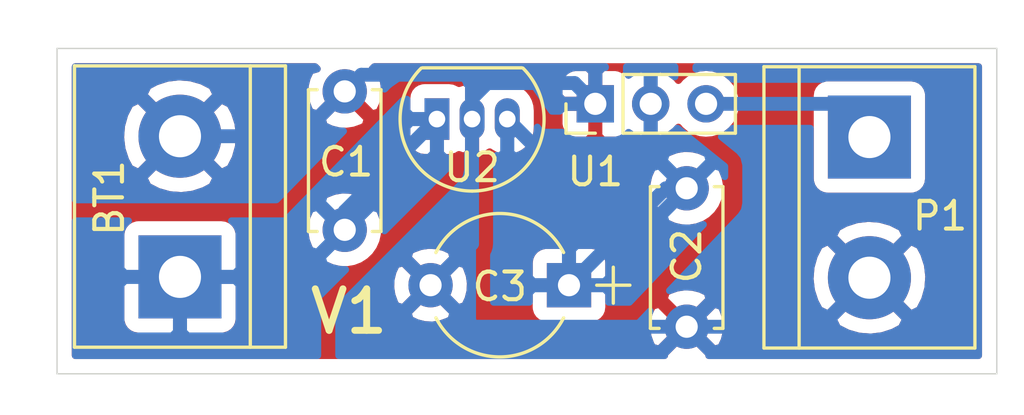
<source format=kicad_pcb>
(kicad_pcb (version 4) (host pcbnew 4.0.7)

  (general
    (links 12)
    (no_connects 0)
    (area 134 83 166.0074 107.000001)
    (thickness 1.6)
    (drawings 5)
    (tracks 28)
    (zones 0)
    (modules 7)
    (nets 5)
  )

  (page USLetter)
  (title_block
    (title "Light Flicker Sensor")
    (date 2017-11-10)
    (rev 1)
  )

  (layers
    (0 F.Cu signal)
    (31 B.Cu signal)
    (33 F.Adhes user)
    (35 F.Paste user)
    (36 B.SilkS user)
    (37 F.SilkS user)
    (39 F.Mask user)
    (40 Dwgs.User user)
    (41 Cmts.User user)
    (42 Eco1.User user)
    (43 Eco2.User user)
    (44 Edge.Cuts user)
    (45 Margin user)
    (47 F.CrtYd user)
    (49 F.Fab user hide)
  )

  (setup
    (last_trace_width 0.5)
    (user_trace_width 0.25)
    (user_trace_width 0.5)
    (trace_clearance 0.1524)
    (zone_clearance 0.508)
    (zone_45_only no)
    (trace_min 0.1524)
    (segment_width 0.2)
    (edge_width 0.05)
    (via_size 0.6)
    (via_drill 0.4)
    (via_min_size 0.4)
    (via_min_drill 0.254)
    (uvia_size 0.3)
    (uvia_drill 0.1)
    (uvias_allowed no)
    (uvia_min_size 0.2)
    (uvia_min_drill 0.1)
    (pcb_text_width 0.3)
    (pcb_text_size 1.5 1.5)
    (mod_edge_width 0.15)
    (mod_text_size 1 1)
    (mod_text_width 0.15)
    (pad_size 1.524 1.524)
    (pad_drill 0.762)
    (pad_to_mask_clearance 0.2)
    (aux_axis_origin 0 0)
    (visible_elements 7FFFFF7F)
    (pcbplotparams
      (layerselection 0x00030_80000001)
      (usegerberextensions false)
      (excludeedgelayer true)
      (linewidth 0.100000)
      (plotframeref false)
      (viasonmask false)
      (mode 1)
      (useauxorigin false)
      (hpglpennumber 1)
      (hpglpenspeed 20)
      (hpglpendiameter 15)
      (hpglpenoverlay 2)
      (psnegative false)
      (psa4output false)
      (plotreference true)
      (plotvalue true)
      (plotinvisibletext false)
      (padsonsilk false)
      (subtractmaskfromsilk false)
      (outputformat 1)
      (mirror false)
      (drillshape 1)
      (scaleselection 1)
      (outputdirectory ""))
  )

  (net 0 "")
  (net 1 +BATT)
  (net 2 GND)
  (net 3 +5V)
  (net 4 "Net-(P1-Pad1)")

  (net_class Default "This is the default net class."
    (clearance 0.1524)
    (trace_width 0.25)
    (via_dia 0.6)
    (via_drill 0.4)
    (uvia_dia 0.3)
    (uvia_drill 0.1)
    (add_net +5V)
    (add_net +BATT)
    (add_net GND)
    (add_net "Net-(P1-Pad1)")
  )

  (net_class Pwr ""
    (clearance 0.1524)
    (trace_width 0.5)
    (via_dia 0.6)
    (via_drill 0.4)
    (uvia_dia 0.3)
    (uvia_drill 0.1)
  )

  (module Capacitors_THT:C_Disc_D5.0mm_W2.5mm_P5.00mm (layer F.Cu) (tedit 597BC7C2) (tstamp 59DA5E31)
    (at 145.95 93.3 90)
    (descr "C, Disc series, Radial, pin pitch=5.00mm, , diameter*width=5*2.5mm^2, Capacitor, http://cdn-reichelt.de/documents/datenblatt/B300/DS_KERKO_TC.pdf")
    (tags "C Disc series Radial pin pitch 5.00mm  diameter 5mm width 2.5mm Capacitor")
    (path /59DA558F)
    (fp_text reference C1 (at 2.45 0.05 180) (layer F.SilkS)
      (effects (font (size 1 1) (thickness 0.15)))
    )
    (fp_text value "100 nF" (at 2.5 2.56 90) (layer F.Fab)
      (effects (font (size 1 1) (thickness 0.15)))
    )
    (fp_line (start 0 -1.25) (end 0 1.25) (layer F.Fab) (width 0.1))
    (fp_line (start 0 1.25) (end 5 1.25) (layer F.Fab) (width 0.1))
    (fp_line (start 5 1.25) (end 5 -1.25) (layer F.Fab) (width 0.1))
    (fp_line (start 5 -1.25) (end 0 -1.25) (layer F.Fab) (width 0.1))
    (fp_line (start -0.06 -1.31) (end 5.06 -1.31) (layer F.SilkS) (width 0.12))
    (fp_line (start -0.06 1.31) (end 5.06 1.31) (layer F.SilkS) (width 0.12))
    (fp_line (start -0.06 -1.31) (end -0.06 -0.996) (layer F.SilkS) (width 0.12))
    (fp_line (start -0.06 0.996) (end -0.06 1.31) (layer F.SilkS) (width 0.12))
    (fp_line (start 5.06 -1.31) (end 5.06 -0.996) (layer F.SilkS) (width 0.12))
    (fp_line (start 5.06 0.996) (end 5.06 1.31) (layer F.SilkS) (width 0.12))
    (fp_line (start -1.05 -1.6) (end -1.05 1.6) (layer F.CrtYd) (width 0.05))
    (fp_line (start -1.05 1.6) (end 6.05 1.6) (layer F.CrtYd) (width 0.05))
    (fp_line (start 6.05 1.6) (end 6.05 -1.6) (layer F.CrtYd) (width 0.05))
    (fp_line (start 6.05 -1.6) (end -1.05 -1.6) (layer F.CrtYd) (width 0.05))
    (fp_text user %R (at 2.5 0 90) (layer F.Fab)
      (effects (font (size 1 1) (thickness 0.15)))
    )
    (pad 1 thru_hole circle (at 0 0 90) (size 1.6 1.6) (drill 0.8) (layers *.Cu *.Mask)
      (net 1 +BATT))
    (pad 2 thru_hole circle (at 5 0 90) (size 1.6 1.6) (drill 0.8) (layers *.Cu *.Mask)
      (net 2 GND))
    (model ${KISYS3DMOD}/Capacitors_THT.3dshapes/C_Disc_D5.0mm_W2.5mm_P5.00mm.wrl
      (at (xyz 0 0 0))
      (scale (xyz 1 1 1))
      (rotate (xyz 0 0 0))
    )
  )

  (module Capacitors_THT:C_Disc_D5.0mm_W2.5mm_P5.00mm (layer F.Cu) (tedit 597BC7C2) (tstamp 59DA5E46)
    (at 158.3 91.8 270)
    (descr "C, Disc series, Radial, pin pitch=5.00mm, , diameter*width=5*2.5mm^2, Capacitor, http://cdn-reichelt.de/documents/datenblatt/B300/DS_KERKO_TC.pdf")
    (tags "C Disc series Radial pin pitch 5.00mm  diameter 5mm width 2.5mm Capacitor")
    (path /59DA5760)
    (fp_text reference C2 (at 2.45 0 270) (layer F.SilkS)
      (effects (font (size 1 1) (thickness 0.15)))
    )
    (fp_text value "100 nF" (at 2.5 2.56 270) (layer F.Fab)
      (effects (font (size 1 1) (thickness 0.15)))
    )
    (fp_line (start 0 -1.25) (end 0 1.25) (layer F.Fab) (width 0.1))
    (fp_line (start 0 1.25) (end 5 1.25) (layer F.Fab) (width 0.1))
    (fp_line (start 5 1.25) (end 5 -1.25) (layer F.Fab) (width 0.1))
    (fp_line (start 5 -1.25) (end 0 -1.25) (layer F.Fab) (width 0.1))
    (fp_line (start -0.06 -1.31) (end 5.06 -1.31) (layer F.SilkS) (width 0.12))
    (fp_line (start -0.06 1.31) (end 5.06 1.31) (layer F.SilkS) (width 0.12))
    (fp_line (start -0.06 -1.31) (end -0.06 -0.996) (layer F.SilkS) (width 0.12))
    (fp_line (start -0.06 0.996) (end -0.06 1.31) (layer F.SilkS) (width 0.12))
    (fp_line (start 5.06 -1.31) (end 5.06 -0.996) (layer F.SilkS) (width 0.12))
    (fp_line (start 5.06 0.996) (end 5.06 1.31) (layer F.SilkS) (width 0.12))
    (fp_line (start -1.05 -1.6) (end -1.05 1.6) (layer F.CrtYd) (width 0.05))
    (fp_line (start -1.05 1.6) (end 6.05 1.6) (layer F.CrtYd) (width 0.05))
    (fp_line (start 6.05 1.6) (end 6.05 -1.6) (layer F.CrtYd) (width 0.05))
    (fp_line (start 6.05 -1.6) (end -1.05 -1.6) (layer F.CrtYd) (width 0.05))
    (fp_text user %R (at 2.5 0 270) (layer F.Fab)
      (effects (font (size 1 1) (thickness 0.15)))
    )
    (pad 1 thru_hole circle (at 0 0 270) (size 1.6 1.6) (drill 0.8) (layers *.Cu *.Mask)
      (net 3 +5V))
    (pad 2 thru_hole circle (at 5 0 270) (size 1.6 1.6) (drill 0.8) (layers *.Cu *.Mask)
      (net 2 GND))
    (model ${KISYS3DMOD}/Capacitors_THT.3dshapes/C_Disc_D5.0mm_W2.5mm_P5.00mm.wrl
      (at (xyz 0 0 0))
      (scale (xyz 1 1 1))
      (rotate (xyz 0 0 0))
    )
  )

  (module Capacitors_THT:CP_Radial_Tantal_D5.0mm_P5.00mm (layer F.Cu) (tedit 597C781B) (tstamp 59DA5E58)
    (at 154.05 95.3 180)
    (descr "CP, Radial_Tantal series, Radial, pin pitch=5.00mm, , diameter=5.0mm, Tantal Electrolytic Capacitor, http://cdn-reichelt.de/documents/datenblatt/B300/TANTAL-TB-Serie%23.pdf")
    (tags "CP Radial_Tantal series Radial pin pitch 5.00mm  diameter 5.0mm Tantal Electrolytic Capacitor")
    (path /59DA57AD)
    (fp_text reference C3 (at 2.5 -0.05 180) (layer F.SilkS)
      (effects (font (size 1 1) (thickness 0.15)))
    )
    (fp_text value "10 µF" (at 2.5 3.81 180) (layer F.Fab)
      (effects (font (size 1 1) (thickness 0.15)))
    )
    (fp_arc (start 2.5 0) (end 0.19442 -1.18) (angle 125.8) (layer F.SilkS) (width 0.12))
    (fp_arc (start 2.5 0) (end 0.19442 1.18) (angle -125.8) (layer F.SilkS) (width 0.12))
    (fp_circle (center 2.5 0) (end 5 0) (layer F.Fab) (width 0.1))
    (fp_line (start -2.2 0) (end -1 0) (layer F.Fab) (width 0.1))
    (fp_line (start -1.6 -0.65) (end -1.6 0.65) (layer F.Fab) (width 0.1))
    (fp_line (start -2.2 0) (end -1 0) (layer F.SilkS) (width 0.12))
    (fp_line (start -1.6 -0.65) (end -1.6 0.65) (layer F.SilkS) (width 0.12))
    (fp_line (start -1.05 -2.85) (end -1.05 2.85) (layer F.CrtYd) (width 0.05))
    (fp_line (start -1.05 2.85) (end 6.05 2.85) (layer F.CrtYd) (width 0.05))
    (fp_line (start 6.05 2.85) (end 6.05 -2.85) (layer F.CrtYd) (width 0.05))
    (fp_line (start 6.05 -2.85) (end -1.05 -2.85) (layer F.CrtYd) (width 0.05))
    (fp_text user %R (at 2.5 0 180) (layer F.Fab)
      (effects (font (size 1 1) (thickness 0.15)))
    )
    (pad 1 thru_hole rect (at 0 0 180) (size 1.6 1.6) (drill 0.8) (layers *.Cu *.Mask)
      (net 3 +5V))
    (pad 2 thru_hole circle (at 5 0 180) (size 1.6 1.6) (drill 0.8) (layers *.Cu *.Mask)
      (net 2 GND))
    (model ${KISYS3DMOD}/Capacitors_THT.3dshapes/CP_Radial_Tantal_D5.0mm_P5.00mm.wrl
      (at (xyz 0 0 0))
      (scale (xyz 1 1 1))
      (rotate (xyz 0 0 0))
    )
  )

  (module Pin_Headers:Pin_Header_Straight_1x03_Pitch2.00mm (layer F.Cu) (tedit 59650533) (tstamp 59DA5E87)
    (at 155 88.75 90)
    (descr "Through hole straight pin header, 1x03, 2.00mm pitch, single row")
    (tags "Through hole pin header THT 1x03 2.00mm single row")
    (path /59DA5A95)
    (fp_text reference U1 (at -2.45 0 180) (layer F.SilkS)
      (effects (font (size 1 1) (thickness 0.15)))
    )
    (fp_text value TSL252 (at 0 6.06 90) (layer F.Fab)
      (effects (font (size 1 1) (thickness 0.15)))
    )
    (fp_line (start -0.5 -1) (end 1 -1) (layer F.Fab) (width 0.1))
    (fp_line (start 1 -1) (end 1 5) (layer F.Fab) (width 0.1))
    (fp_line (start 1 5) (end -1 5) (layer F.Fab) (width 0.1))
    (fp_line (start -1 5) (end -1 -0.5) (layer F.Fab) (width 0.1))
    (fp_line (start -1 -0.5) (end -0.5 -1) (layer F.Fab) (width 0.1))
    (fp_line (start -1.06 5.06) (end 1.06 5.06) (layer F.SilkS) (width 0.12))
    (fp_line (start -1.06 1) (end -1.06 5.06) (layer F.SilkS) (width 0.12))
    (fp_line (start 1.06 1) (end 1.06 5.06) (layer F.SilkS) (width 0.12))
    (fp_line (start -1.06 1) (end 1.06 1) (layer F.SilkS) (width 0.12))
    (fp_line (start -1.06 0) (end -1.06 -1.06) (layer F.SilkS) (width 0.12))
    (fp_line (start -1.06 -1.06) (end 0 -1.06) (layer F.SilkS) (width 0.12))
    (fp_line (start -1.5 -1.5) (end -1.5 5.5) (layer F.CrtYd) (width 0.05))
    (fp_line (start -1.5 5.5) (end 1.5 5.5) (layer F.CrtYd) (width 0.05))
    (fp_line (start 1.5 5.5) (end 1.5 -1.5) (layer F.CrtYd) (width 0.05))
    (fp_line (start 1.5 -1.5) (end -1.5 -1.5) (layer F.CrtYd) (width 0.05))
    (fp_text user %R (at 0 2 180) (layer F.Fab)
      (effects (font (size 1 1) (thickness 0.15)))
    )
    (pad 1 thru_hole rect (at 0 0 90) (size 1.35 1.35) (drill 0.8) (layers *.Cu *.Mask)
      (net 2 GND))
    (pad 2 thru_hole oval (at 0 2 90) (size 1.35 1.35) (drill 0.8) (layers *.Cu *.Mask)
      (net 3 +5V))
    (pad 3 thru_hole oval (at 0 4 90) (size 1.35 1.35) (drill 0.8) (layers *.Cu *.Mask)
      (net 4 "Net-(P1-Pad1)"))
    (model ${KISYS3DMOD}/Pin_Headers.3dshapes/Pin_Header_Straight_1x03_Pitch2.00mm.wrl
      (at (xyz 0 0 0))
      (scale (xyz 1 1 1))
      (rotate (xyz 0 0 0))
    )
  )

  (module Connectors_Terminal_Blocks:TerminalBlock_bornier-2_P5.08mm (layer F.Cu) (tedit 59FF03AB) (tstamp 5A02449D)
    (at 140 95 90)
    (descr "simple 2-pin terminal block, pitch 5.08mm, revamped version of bornier2")
    (tags "terminal block bornier2")
    (path /59DA5E15)
    (fp_text reference BT1 (at 2.85 -2.55 90) (layer F.SilkS)
      (effects (font (size 1 1) (thickness 0.15)))
    )
    (fp_text value Battery (at 2.54 5.08 90) (layer F.Fab)
      (effects (font (size 1 1) (thickness 0.15)))
    )
    (fp_text user %R (at 2.54 0 90) (layer F.Fab)
      (effects (font (size 1 1) (thickness 0.15)))
    )
    (fp_line (start -2.41 2.55) (end 7.49 2.55) (layer F.Fab) (width 0.1))
    (fp_line (start -2.46 -3.75) (end -2.46 3.75) (layer F.Fab) (width 0.1))
    (fp_line (start -2.46 3.75) (end 7.54 3.75) (layer F.Fab) (width 0.1))
    (fp_line (start 7.54 3.75) (end 7.54 -3.75) (layer F.Fab) (width 0.1))
    (fp_line (start 7.54 -3.75) (end -2.46 -3.75) (layer F.Fab) (width 0.1))
    (fp_line (start 7.62 2.54) (end -2.54 2.54) (layer F.SilkS) (width 0.12))
    (fp_line (start 7.62 3.81) (end 7.62 -3.81) (layer F.SilkS) (width 0.12))
    (fp_line (start 7.62 -3.81) (end -2.54 -3.81) (layer F.SilkS) (width 0.12))
    (fp_line (start -2.54 -3.81) (end -2.54 3.81) (layer F.SilkS) (width 0.12))
    (fp_line (start -2.54 3.81) (end 7.62 3.81) (layer F.SilkS) (width 0.12))
    (fp_line (start -2.71 -4) (end 7.79 -4) (layer F.CrtYd) (width 0.05))
    (fp_line (start -2.71 -4) (end -2.71 4) (layer F.CrtYd) (width 0.05))
    (fp_line (start 7.79 4) (end 7.79 -4) (layer F.CrtYd) (width 0.05))
    (fp_line (start 7.79 4) (end -2.71 4) (layer F.CrtYd) (width 0.05))
    (pad 1 thru_hole rect (at 0 0 90) (size 3 3) (drill 1.52) (layers *.Cu *.Mask)
      (net 1 +BATT))
    (pad 2 thru_hole circle (at 5.08 0 90) (size 3 3) (drill 1.52) (layers *.Cu *.Mask)
      (net 2 GND))
    (model ${KISYS3DMOD}/Terminal_Blocks.3dshapes/TerminalBlock_bornier-2_P5.08mm.wrl
      (at (xyz 0.1 0 0))
      (scale (xyz 1 1 1))
      (rotate (xyz 0 0 0))
    )
  )

  (module Connectors_Terminal_Blocks:TerminalBlock_bornier-2_P5.08mm (layer F.Cu) (tedit 59FF03AB) (tstamp 5A0244A2)
    (at 164.9 89.95 270)
    (descr "simple 2-pin terminal block, pitch 5.08mm, revamped version of bornier2")
    (tags "terminal block bornier2")
    (path /59DA5C1A)
    (fp_text reference P1 (at 2.85 -2.55 360) (layer F.SilkS)
      (effects (font (size 1 1) (thickness 0.15)))
    )
    (fp_text value CONN_01X02 (at 2.54 5.08 270) (layer F.Fab)
      (effects (font (size 1 1) (thickness 0.15)))
    )
    (fp_text user %R (at 2.54 0 270) (layer F.Fab)
      (effects (font (size 1 1) (thickness 0.15)))
    )
    (fp_line (start -2.41 2.55) (end 7.49 2.55) (layer F.Fab) (width 0.1))
    (fp_line (start -2.46 -3.75) (end -2.46 3.75) (layer F.Fab) (width 0.1))
    (fp_line (start -2.46 3.75) (end 7.54 3.75) (layer F.Fab) (width 0.1))
    (fp_line (start 7.54 3.75) (end 7.54 -3.75) (layer F.Fab) (width 0.1))
    (fp_line (start 7.54 -3.75) (end -2.46 -3.75) (layer F.Fab) (width 0.1))
    (fp_line (start 7.62 2.54) (end -2.54 2.54) (layer F.SilkS) (width 0.12))
    (fp_line (start 7.62 3.81) (end 7.62 -3.81) (layer F.SilkS) (width 0.12))
    (fp_line (start 7.62 -3.81) (end -2.54 -3.81) (layer F.SilkS) (width 0.12))
    (fp_line (start -2.54 -3.81) (end -2.54 3.81) (layer F.SilkS) (width 0.12))
    (fp_line (start -2.54 3.81) (end 7.62 3.81) (layer F.SilkS) (width 0.12))
    (fp_line (start -2.71 -4) (end 7.79 -4) (layer F.CrtYd) (width 0.05))
    (fp_line (start -2.71 -4) (end -2.71 4) (layer F.CrtYd) (width 0.05))
    (fp_line (start 7.79 4) (end 7.79 -4) (layer F.CrtYd) (width 0.05))
    (fp_line (start 7.79 4) (end -2.71 4) (layer F.CrtYd) (width 0.05))
    (pad 1 thru_hole rect (at 0 0 270) (size 3 3) (drill 1.52) (layers *.Cu *.Mask)
      (net 4 "Net-(P1-Pad1)"))
    (pad 2 thru_hole circle (at 5.08 0 270) (size 3 3) (drill 1.52) (layers *.Cu *.Mask)
      (net 2 GND))
    (model ${KISYS3DMOD}/Terminal_Blocks.3dshapes/TerminalBlock_bornier-2_P5.08mm.wrl
      (at (xyz 0.1 0 0))
      (scale (xyz 1 1 1))
      (rotate (xyz 0 0 0))
    )
  )

  (module Customs:TO-92_Inline_Narrow_Flip (layer F.Cu) (tedit 5A024167) (tstamp 5A0244A7)
    (at 150.55 89.3 180)
    (descr "TO-92 leads in-line, narrow, oval pads, drill 0.6mm (see NXP sot054_po.pdf), flipped")
    (tags "to-92 sc-43 sc-43a sot54 PA33 transistor")
    (path /59DA54F7)
    (fp_text reference U2 (at 0 -1.75 180) (layer F.SilkS)
      (effects (font (size 1 1) (thickness 0.15)))
    )
    (fp_text value LM340LAZ-5.0/NOPB (at 0 2.79 180) (layer F.Fab)
      (effects (font (size 1 1) (thickness 0.15)))
    )
    (fp_text user %R (at 0 -3.56 180) (layer F.Fab)
      (effects (font (size 1 1) (thickness 0.15)))
    )
    (fp_line (start -1.8 1.85) (end 1.8 1.85) (layer F.SilkS) (width 0.12))
    (fp_line (start -1.77 1.75) (end 1.73 1.75) (layer F.Fab) (width 0.1))
    (fp_line (start -2.73 -2.73) (end 2.73 -2.73) (layer F.CrtYd) (width 0.05))
    (fp_line (start -2.73 -2.73) (end -2.73 2.01) (layer F.CrtYd) (width 0.05))
    (fp_line (start 2.73 2.01) (end 2.73 -2.73) (layer F.CrtYd) (width 0.05))
    (fp_line (start 2.73 2.01) (end -2.73 2.01) (layer F.CrtYd) (width 0.05))
    (fp_arc (start 0 0) (end 0 -2.48) (angle 135) (layer F.Fab) (width 0.1))
    (fp_arc (start 0 0) (end 0 -2.6) (angle -135) (layer F.SilkS) (width 0.12))
    (fp_arc (start 0 0) (end 0 -2.48) (angle -135) (layer F.Fab) (width 0.1))
    (fp_arc (start 0 0) (end 0 -2.6) (angle 135) (layer F.SilkS) (width 0.12))
    (pad 2 thru_hole oval (at 0 0) (size 0.9 1.5) (drill 0.6) (layers *.Cu *.Mask)
      (net 2 GND))
    (pad 1 thru_hole rect (at 1.27 0) (size 0.9 1.5) (drill 0.6) (layers *.Cu *.Mask)
      (net 1 +BATT))
    (pad 3 thru_hole oval (at -1.27 0) (size 0.9 1.5) (drill 0.6) (layers *.Cu *.Mask)
      (net 3 +5V))
    (model ${KISYS3DMOD}/TO_SOT_Packages_THT.3dshapes/TO-92_Inline_Narrow_Oval.wrl
      (at (xyz 0.05 0 0))
      (scale (xyz 1 1 1))
      (rotate (xyz 0 0 -90))
    )
  )

  (gr_text V1 (at 146.1 96.25) (layer F.SilkS)
    (effects (font (size 1.5 1.5) (thickness 0.25)))
  )
  (gr_line (start 135.56 98.5) (end 135.56 86.75) (layer Edge.Cuts) (width 0.05))
  (gr_line (start 169.5 86.75) (end 169.5 98.5) (layer Edge.Cuts) (width 0.05))
  (gr_line (start 135.56 86.75) (end 169.5 86.75) (layer Edge.Cuts) (width 0.05))
  (gr_line (start 169.5 98.5) (end 135.56 98.5) (layer Edge.Cuts) (width 0.05))

  (segment (start 145.95 93.3) (end 145.95 92.63) (width 0.5) (layer B.Cu) (net 1))
  (segment (start 145.95 92.63) (end 149.28 89.3) (width 0.5) (layer B.Cu) (net 1))
  (segment (start 140 95) (end 144.25 95) (width 0.5) (layer B.Cu) (net 1))
  (segment (start 144.25 95) (end 145.95 93.3) (width 0.5) (layer B.Cu) (net 1))
  (segment (start 151.1 88) (end 150.55 88.55) (width 0.5) (layer B.Cu) (net 2))
  (segment (start 150.55 88.55) (end 150.55 89.3) (width 0.5) (layer B.Cu) (net 2))
  (segment (start 154.25 88) (end 151.1 88) (width 0.5) (layer B.Cu) (net 2))
  (segment (start 155 88.75) (end 154.25 88) (width 0.5) (layer B.Cu) (net 2))
  (segment (start 158.3 96.8) (end 163.13 96.8) (width 0.5) (layer B.Cu) (net 2))
  (segment (start 163.13 96.8) (end 164.9 95.03) (width 0.5) (layer B.Cu) (net 2))
  (segment (start 149.05 95.3) (end 150.55 96.8) (width 0.5) (layer B.Cu) (net 2))
  (segment (start 150.55 96.8) (end 158.3 96.8) (width 0.5) (layer B.Cu) (net 2))
  (segment (start 150.55 89.3) (end 150.55 93.8) (width 0.5) (layer B.Cu) (net 2))
  (segment (start 150.55 93.8) (end 149.05 95.3) (width 0.5) (layer B.Cu) (net 2))
  (segment (start 150.35 87.7) (end 150.55 87.9) (width 0.5) (layer B.Cu) (net 2))
  (segment (start 150.55 87.9) (end 150.55 89.3) (width 0.5) (layer B.Cu) (net 2))
  (segment (start 146.55 87.7) (end 150.35 87.7) (width 0.5) (layer B.Cu) (net 2))
  (segment (start 145.95 88.3) (end 146.55 87.7) (width 0.5) (layer B.Cu) (net 2))
  (segment (start 140 89.92) (end 144.33 89.92) (width 0.5) (layer B.Cu) (net 2))
  (segment (start 144.33 89.92) (end 145.95 88.3) (width 0.5) (layer B.Cu) (net 2))
  (segment (start 151.82 89.3) (end 153.02 90.5) (width 0.5) (layer B.Cu) (net 3))
  (segment (start 153.02 90.5) (end 157 90.5) (width 0.5) (layer B.Cu) (net 3))
  (segment (start 158.3 91.8) (end 157.55 91.8) (width 0.5) (layer B.Cu) (net 3))
  (segment (start 157.55 91.8) (end 154.05 95.3) (width 0.5) (layer B.Cu) (net 3))
  (segment (start 157 88.75) (end 157 90.5) (width 0.5) (layer B.Cu) (net 3))
  (segment (start 157 90.5) (end 158.3 91.8) (width 0.5) (layer B.Cu) (net 3))
  (segment (start 159 88.75) (end 163.7 88.75) (width 0.5) (layer B.Cu) (net 4))
  (segment (start 163.7 88.75) (end 164.9 89.95) (width 0.5) (layer B.Cu) (net 4))

  (zone (net 1) (net_name +BATT) (layer B.Cu) (tstamp 0) (hatch edge 0.508)
    (priority 5)
    (connect_pads (clearance 0.508))
    (min_thickness 0.254)
    (fill yes (arc_segments 32) (thermal_gap 0.508) (thermal_bridge_width 0.508))
    (polygon
      (pts
        (xy 138.5 92.85) (xy 143.75 92.85) (xy 147.95 88.55) (xy 148.45 88.2) (xy 149.75 88.2)
        (xy 149.75 91.15) (xy 145.1 95.8) (xy 145.1 99.2) (xy 134.85 99.2) (xy 134.85 92.85)
      )
    )
    (filled_polygon
      (pts
        (xy 148.195 89.01425) (xy 148.35375 89.173) (xy 149.153 89.173) (xy 149.153 89.153) (xy 149.407 89.153)
        (xy 149.407 89.173) (xy 149.427 89.173) (xy 149.427 89.427) (xy 149.407 89.427) (xy 149.407 90.52625)
        (xy 149.56575 90.685) (xy 149.623 90.685) (xy 149.623 91.097394) (xy 147.384996 93.335398) (xy 147.390217 93.229488)
        (xy 147.348787 92.94987) (xy 147.253603 92.683708) (xy 147.186671 92.558486) (xy 146.942702 92.486903) (xy 146.129605 93.3)
        (xy 146.143748 93.314143) (xy 145.964143 93.493748) (xy 145.95 93.479605) (xy 145.136903 94.292702) (xy 145.208486 94.536671)
        (xy 145.463996 94.657571) (xy 145.738184 94.7263) (xy 145.982072 94.738322) (xy 145.010197 95.710197) (xy 144.988734 95.738771)
        (xy 144.976082 95.772193) (xy 144.973 95.8) (xy 144.973 97.84) (xy 136.22 97.84) (xy 136.22 95.28575)
        (xy 137.865 95.28575) (xy 137.865 96.562542) (xy 137.889403 96.685223) (xy 137.93727 96.800785) (xy 138.006763 96.904789)
        (xy 138.095211 96.993237) (xy 138.199215 97.06273) (xy 138.314777 97.110597) (xy 138.437458 97.135) (xy 139.71425 97.135)
        (xy 139.873 96.97625) (xy 139.873 95.127) (xy 140.127 95.127) (xy 140.127 96.97625) (xy 140.28575 97.135)
        (xy 141.562542 97.135) (xy 141.685223 97.110597) (xy 141.800785 97.06273) (xy 141.904789 96.993237) (xy 141.993237 96.904789)
        (xy 142.06273 96.800785) (xy 142.110597 96.685223) (xy 142.135 96.562542) (xy 142.135 95.28575) (xy 141.97625 95.127)
        (xy 140.127 95.127) (xy 139.873 95.127) (xy 138.02375 95.127) (xy 137.865 95.28575) (xy 136.22 95.28575)
        (xy 136.22 92.977) (xy 138.139755 92.977) (xy 138.095211 93.006763) (xy 138.006763 93.095211) (xy 137.93727 93.199215)
        (xy 137.889403 93.314777) (xy 137.865 93.437458) (xy 137.865 94.71425) (xy 138.02375 94.873) (xy 139.873 94.873)
        (xy 139.873 94.853) (xy 140.127 94.853) (xy 140.127 94.873) (xy 141.97625 94.873) (xy 142.135 94.71425)
        (xy 142.135 93.437458) (xy 142.121684 93.370512) (xy 144.509783 93.370512) (xy 144.551213 93.65013) (xy 144.646397 93.916292)
        (xy 144.713329 94.041514) (xy 144.957298 94.113097) (xy 145.770395 93.3) (xy 144.957298 92.486903) (xy 144.713329 92.558486)
        (xy 144.592429 92.813996) (xy 144.5237 93.088184) (xy 144.509783 93.370512) (xy 142.121684 93.370512) (xy 142.110597 93.314777)
        (xy 142.06273 93.199215) (xy 141.993237 93.095211) (xy 141.904789 93.006763) (xy 141.860245 92.977) (xy 143.75 92.977)
        (xy 143.785381 92.971972) (xy 143.817961 92.957286) (xy 143.840853 92.93874) (xy 144.45761 92.307298) (xy 145.136903 92.307298)
        (xy 145.95 93.120395) (xy 146.763097 92.307298) (xy 146.691514 92.063329) (xy 146.436004 91.942429) (xy 146.161816 91.8737)
        (xy 145.879488 91.859783) (xy 145.59987 91.901213) (xy 145.333708 91.996397) (xy 145.208486 92.063329) (xy 145.136903 92.307298)
        (xy 144.45761 92.307298) (xy 147.115866 89.58575) (xy 148.195 89.58575) (xy 148.195 90.112542) (xy 148.219403 90.235223)
        (xy 148.26727 90.350785) (xy 148.336763 90.454789) (xy 148.425211 90.543237) (xy 148.529215 90.61273) (xy 148.644777 90.660597)
        (xy 148.767458 90.685) (xy 148.99425 90.685) (xy 149.153 90.52625) (xy 149.153 89.427) (xy 148.35375 89.427)
        (xy 148.195 89.58575) (xy 147.115866 89.58575) (xy 148.032558 88.647232) (xy 148.121461 88.585) (xy 148.195 88.585)
      )
    )
  )
  (zone (net 3) (net_name +5V) (layer B.Cu) (tstamp 0) (hatch edge 0.508)
    (priority 5)
    (connect_pads (clearance 0.508))
    (min_thickness 0.254)
    (fill yes (arc_segments 32) (thermal_gap 0.508) (thermal_bridge_width 0.508))
    (polygon
      (pts
        (xy 151.2 88.5) (xy 151.2 96.5) (xy 155.85 96.5) (xy 159.8 92.35) (xy 159.8 90.95)
        (xy 158 89.5) (xy 158 86.45) (xy 156 86.45) (xy 156 89.65) (xy 153.1 89.65)
        (xy 152.3 88.5)
      )
    )
    (filled_polygon
      (pts
        (xy 157.873 87.773619) (xy 157.871227 87.771697) (xy 157.663629 87.620527) (xy 157.430528 87.512762) (xy 157.3294 87.48209)
        (xy 157.127 87.605776) (xy 157.127 88.623) (xy 157.147 88.623) (xy 157.147 88.877) (xy 157.127 88.877)
        (xy 157.127 89.894224) (xy 157.3294 90.01791) (xy 157.430528 89.987238) (xy 157.663629 89.879473) (xy 157.871227 89.728303)
        (xy 157.960636 89.631372) (xy 159.673 91.010776) (xy 159.673 91.377762) (xy 159.603603 91.183708) (xy 159.536671 91.058486)
        (xy 159.292702 90.986903) (xy 158.479605 91.8) (xy 158.493748 91.814143) (xy 158.314143 91.993748) (xy 158.3 91.979605)
        (xy 157.486903 92.792702) (xy 157.558486 93.036671) (xy 157.813996 93.157571) (xy 158.088184 93.2263) (xy 158.370512 93.240217)
        (xy 158.65013 93.198787) (xy 158.902788 93.108432) (xy 156.231476 95.915) (xy 155.485 95.915) (xy 155.485 95.58575)
        (xy 155.32625 95.427) (xy 154.177 95.427) (xy 154.177 95.447) (xy 153.923 95.447) (xy 153.923 95.427)
        (xy 152.77375 95.427) (xy 152.615 95.58575) (xy 152.615 95.915) (xy 151.327 95.915) (xy 151.327 94.437458)
        (xy 152.615 94.437458) (xy 152.615 95.01425) (xy 152.77375 95.173) (xy 153.923 95.173) (xy 153.923 94.02375)
        (xy 154.177 94.02375) (xy 154.177 95.173) (xy 155.32625 95.173) (xy 155.485 95.01425) (xy 155.485 94.437458)
        (xy 155.460597 94.314777) (xy 155.41273 94.199215) (xy 155.343237 94.095211) (xy 155.254789 94.006763) (xy 155.150785 93.93727)
        (xy 155.035223 93.889403) (xy 154.912542 93.865) (xy 154.33575 93.865) (xy 154.177 94.02375) (xy 153.923 94.02375)
        (xy 153.76425 93.865) (xy 153.187458 93.865) (xy 153.064777 93.889403) (xy 152.949215 93.93727) (xy 152.845211 94.006763)
        (xy 152.756763 94.095211) (xy 152.68727 94.199215) (xy 152.639403 94.314777) (xy 152.615 94.437458) (xy 151.327 94.437458)
        (xy 151.327 94.214913) (xy 151.363435 94.148639) (xy 151.364844 94.144198) (xy 151.36704 94.140102) (xy 151.390917 94.062006)
        (xy 151.415661 93.984002) (xy 151.41618 93.979374) (xy 151.41754 93.974926) (xy 151.425795 93.893656) (xy 151.434914 93.812357)
        (xy 151.434977 93.803254) (xy 151.434994 93.80309) (xy 151.43498 93.802937) (xy 151.435 93.8) (xy 151.435 91.870512)
        (xy 156.859783 91.870512) (xy 156.901213 92.15013) (xy 156.996397 92.416292) (xy 157.063329 92.541514) (xy 157.307298 92.613097)
        (xy 158.120395 91.8) (xy 157.307298 90.986903) (xy 157.063329 91.058486) (xy 156.942429 91.313996) (xy 156.8737 91.588184)
        (xy 156.859783 91.870512) (xy 151.435 91.870512) (xy 151.435 90.807298) (xy 157.486903 90.807298) (xy 158.3 91.620395)
        (xy 159.113097 90.807298) (xy 159.041514 90.563329) (xy 158.786004 90.442429) (xy 158.511816 90.3737) (xy 158.229488 90.359783)
        (xy 157.94987 90.401213) (xy 157.683708 90.496397) (xy 157.558486 90.563329) (xy 157.486903 90.807298) (xy 151.435 90.807298)
        (xy 151.435 90.612295) (xy 151.525999 90.644408) (xy 151.693 90.517502) (xy 151.693 89.427) (xy 151.673 89.427)
        (xy 151.673 89.173) (xy 151.693 89.173) (xy 151.693 89.153) (xy 151.947 89.153) (xy 151.947 89.173)
        (xy 151.967 89.173) (xy 151.967 89.427) (xy 151.947 89.427) (xy 151.947 90.517502) (xy 152.114001 90.644408)
        (xy 152.317197 90.572702) (xy 152.497408 90.457014) (xy 152.651587 90.308391) (xy 152.773809 90.132545) (xy 152.859376 89.936233)
        (xy 152.905 89.727) (xy 152.905 89.592079) (xy 152.995745 89.722525) (xy 153.020078 89.748699) (xy 153.050739 89.767057)
        (xy 153.1 89.777) (xy 153.800405 89.777) (xy 153.8469 89.847559) (xy 153.98355 89.964025) (xy 154.147237 90.03781)
        (xy 154.325 90.063072) (xy 155.675 90.063072) (xy 155.776121 90.055008) (xy 155.947634 90.001894) (xy 156.097559 89.9031)
        (xy 156.201439 89.781217) (xy 156.336371 89.879473) (xy 156.569472 89.987238) (xy 156.6706 90.01791) (xy 156.873 89.894224)
        (xy 156.873 88.877) (xy 156.853 88.877) (xy 156.853 88.623) (xy 156.873 88.623) (xy 156.873 87.605776)
        (xy 156.6706 87.48209) (xy 156.569472 87.512762) (xy 156.336371 87.620527) (xy 156.198315 87.721057) (xy 156.1531 87.652441)
        (xy 156.127 87.630196) (xy 156.127 87.41) (xy 157.873 87.41)
      )
    )
  )
  (zone (net 2) (net_name GND) (layer B.Cu) (tstamp 0) (hatch edge 0.508)
    (connect_pads (clearance 0.508))
    (min_thickness 0.254)
    (fill yes (arc_segments 32) (thermal_gap 0.508) (thermal_bridge_width 0.508))
    (polygon
      (pts
        (xy 133.5 85) (xy 133.5 100) (xy 170.5 100) (xy 170.5 85)
      )
    )
    (filled_polygon
      (pts
        (xy 155.365 87.44) (xy 155.28575 87.44) (xy 155.127 87.59875) (xy 155.127 88.623) (xy 155.147 88.623)
        (xy 155.147 88.877) (xy 155.127 88.877) (xy 155.127 88.897) (xy 154.873 88.897) (xy 154.873 88.877)
        (xy 153.84875 88.877) (xy 153.71075 89.015) (xy 153.431797 89.015) (xy 152.821275 88.137374) (xy 152.667213 88.012458)
        (xy 153.69 88.012458) (xy 153.69 88.46425) (xy 153.84875 88.623) (xy 154.873 88.623) (xy 154.873 87.59875)
        (xy 154.71425 87.44) (xy 154.262458 87.44) (xy 154.139777 87.464403) (xy 154.024215 87.51227) (xy 153.920211 87.581763)
        (xy 153.831763 87.670211) (xy 153.76227 87.774215) (xy 153.714403 87.889777) (xy 153.69 88.012458) (xy 152.667213 88.012458)
        (xy 152.547051 87.915029) (xy 152.3 87.865) (xy 151.2 87.865) (xy 150.969205 87.908427) (xy 150.877524 87.967422)
        (xy 150.844001 87.955592) (xy 150.677 88.082498) (xy 150.677 88.162252) (xy 150.615029 88.252949) (xy 150.565 88.5)
        (xy 150.565 96.5) (xy 150.608427 96.730795) (xy 150.744827 96.942767) (xy 150.952949 97.084971) (xy 151.2 97.135)
        (xy 155.85 97.135) (xy 156.103395 97.082251) (xy 156.309959 96.937793) (xy 156.980722 96.233067) (xy 156.942429 96.313996)
        (xy 156.8737 96.588184) (xy 156.859783 96.870512) (xy 156.901213 97.15013) (xy 156.996397 97.416292) (xy 157.063329 97.541514)
        (xy 157.307298 97.613097) (xy 158.120395 96.8) (xy 158.479605 96.8) (xy 159.292702 97.613097) (xy 159.536671 97.541514)
        (xy 159.657571 97.286004) (xy 159.7263 97.011816) (xy 159.740217 96.729488) (xy 159.709423 96.521653) (xy 163.587952 96.521653)
        (xy 163.743962 96.837214) (xy 164.118745 97.02802) (xy 164.523551 97.142044) (xy 164.942824 97.174902) (xy 165.360451 97.125334)
        (xy 165.760383 96.995243) (xy 166.056038 96.837214) (xy 166.212048 96.521653) (xy 164.9 95.209605) (xy 163.587952 96.521653)
        (xy 159.709423 96.521653) (xy 159.698787 96.44987) (xy 159.603603 96.183708) (xy 159.536671 96.058486) (xy 159.292702 95.986903)
        (xy 158.479605 96.8) (xy 158.120395 96.8) (xy 158.106253 96.785858) (xy 158.285858 96.606253) (xy 158.3 96.620395)
        (xy 159.113097 95.807298) (xy 159.041514 95.563329) (xy 158.786004 95.442429) (xy 158.511816 95.3737) (xy 158.229488 95.359783)
        (xy 157.94987 95.401213) (xy 157.683708 95.496397) (xy 157.680008 95.498375) (xy 158.08505 95.072824) (xy 162.755098 95.072824)
        (xy 162.804666 95.490451) (xy 162.934757 95.890383) (xy 163.092786 96.186038) (xy 163.408347 96.342048) (xy 164.720395 95.03)
        (xy 165.079605 95.03) (xy 166.391653 96.342048) (xy 166.707214 96.186038) (xy 166.89802 95.811255) (xy 167.012044 95.406449)
        (xy 167.044902 94.987176) (xy 166.995334 94.569549) (xy 166.865243 94.169617) (xy 166.707214 93.873962) (xy 166.391653 93.717952)
        (xy 165.079605 95.03) (xy 164.720395 95.03) (xy 163.408347 93.717952) (xy 163.092786 93.873962) (xy 162.90198 94.248745)
        (xy 162.787956 94.653551) (xy 162.755098 95.072824) (xy 158.08505 95.072824) (xy 159.545576 93.538347) (xy 163.587952 93.538347)
        (xy 164.9 94.850395) (xy 166.212048 93.538347) (xy 166.056038 93.222786) (xy 165.681255 93.03198) (xy 165.276449 92.917956)
        (xy 164.857176 92.885098) (xy 164.439549 92.934666) (xy 164.039617 93.064757) (xy 163.743962 93.222786) (xy 163.587952 93.538347)
        (xy 159.545576 93.538347) (xy 160.259959 92.787793) (xy 160.384971 92.597051) (xy 160.435 92.35) (xy 160.435 90.95)
        (xy 160.359361 90.649434) (xy 160.198354 90.455491) (xy 159.55509 89.937306) (xy 159.717308 89.8525) (xy 159.916559 89.692298)
        (xy 159.964638 89.635) (xy 162.761928 89.635) (xy 162.761928 91.45) (xy 162.769992 91.551121) (xy 162.823106 91.722634)
        (xy 162.9219 91.872559) (xy 163.05855 91.989025) (xy 163.222237 92.06281) (xy 163.4 92.088072) (xy 166.4 92.088072)
        (xy 166.501121 92.080008) (xy 166.672634 92.026894) (xy 166.822559 91.9281) (xy 166.939025 91.79145) (xy 167.01281 91.627763)
        (xy 167.038072 91.45) (xy 167.038072 88.45) (xy 167.030008 88.348879) (xy 166.976894 88.177366) (xy 166.8781 88.027441)
        (xy 166.74145 87.910975) (xy 166.577763 87.83719) (xy 166.4 87.811928) (xy 163.4 87.811928) (xy 163.298879 87.819992)
        (xy 163.153541 87.865) (xy 159.965758 87.865) (xy 159.929538 87.82059) (xy 159.732543 87.657622) (xy 159.507645 87.53602)
        (xy 159.263412 87.460417) (xy 159.009145 87.433693) (xy 158.75453 87.456865) (xy 158.635 87.492044) (xy 158.635 87.41)
        (xy 168.84 87.41) (xy 168.84 97.84) (xy 159.099219 97.84) (xy 159.113097 97.792702) (xy 158.3 96.979605)
        (xy 157.486903 97.792702) (xy 157.500781 97.84) (xy 145.735 97.84) (xy 145.735 96.292702) (xy 148.236903 96.292702)
        (xy 148.308486 96.536671) (xy 148.563996 96.657571) (xy 148.838184 96.7263) (xy 149.120512 96.740217) (xy 149.40013 96.698787)
        (xy 149.666292 96.603603) (xy 149.791514 96.536671) (xy 149.863097 96.292702) (xy 149.05 95.479605) (xy 148.236903 96.292702)
        (xy 145.735 96.292702) (xy 145.735 96.063026) (xy 146.427514 95.370512) (xy 147.609783 95.370512) (xy 147.651213 95.65013)
        (xy 147.746397 95.916292) (xy 147.813329 96.041514) (xy 148.057298 96.113097) (xy 148.870395 95.3) (xy 149.229605 95.3)
        (xy 150.042702 96.113097) (xy 150.286671 96.041514) (xy 150.407571 95.786004) (xy 150.4763 95.511816) (xy 150.490217 95.229488)
        (xy 150.448787 94.94987) (xy 150.353603 94.683708) (xy 150.286671 94.558486) (xy 150.042702 94.486903) (xy 149.229605 95.3)
        (xy 148.870395 95.3) (xy 148.057298 94.486903) (xy 147.813329 94.558486) (xy 147.692429 94.813996) (xy 147.6237 95.088184)
        (xy 147.609783 95.370512) (xy 146.427514 95.370512) (xy 147.490728 94.307298) (xy 148.236903 94.307298) (xy 149.05 95.120395)
        (xy 149.863097 94.307298) (xy 149.791514 94.063329) (xy 149.536004 93.942429) (xy 149.261816 93.8737) (xy 148.979488 93.859783)
        (xy 148.69987 93.901213) (xy 148.433708 93.996397) (xy 148.308486 94.063329) (xy 148.236903 94.307298) (xy 147.490728 94.307298)
        (xy 150.199013 91.599013) (xy 150.334971 91.397051) (xy 150.385 91.15) (xy 150.385 90.546379) (xy 150.423 90.517502)
        (xy 150.423 89.427) (xy 150.403 89.427) (xy 150.403 89.173) (xy 150.423 89.173) (xy 150.423 88.082498)
        (xy 150.352862 88.029199) (xy 150.341573 87.969205) (xy 150.205173 87.757233) (xy 149.997051 87.615029) (xy 149.75 87.565)
        (xy 148.45 87.565) (xy 148.316933 87.579099) (xy 148.085851 87.679788) (xy 147.585851 88.029788) (xy 147.495736 88.1063)
        (xy 147.388267 88.216328) (xy 147.348787 87.94987) (xy 147.253603 87.683708) (xy 147.186671 87.558486) (xy 146.942704 87.486903)
        (xy 147.019607 87.41) (xy 155.365 87.41)
      )
    )
    (filled_polygon
      (pts
        (xy 144.957296 87.486903) (xy 144.713329 87.558486) (xy 144.592429 87.813996) (xy 144.5237 88.088184) (xy 144.509783 88.370512)
        (xy 144.551213 88.65013) (xy 144.646397 88.916292) (xy 144.713329 89.041514) (xy 144.957298 89.113097) (xy 145.770395 88.3)
        (xy 145.756253 88.285858) (xy 145.935858 88.106253) (xy 145.95 88.120395) (xy 145.964143 88.106253) (xy 146.143748 88.285858)
        (xy 146.129605 88.3) (xy 146.143748 88.314143) (xy 145.964143 88.493748) (xy 145.95 88.479605) (xy 145.136903 89.292702)
        (xy 145.208486 89.536671) (xy 145.463996 89.657571) (xy 145.738184 89.7263) (xy 145.905361 89.734541) (xy 143.482587 92.215)
        (xy 136.22 92.215) (xy 136.22 91.411653) (xy 138.687952 91.411653) (xy 138.843962 91.727214) (xy 139.218745 91.91802)
        (xy 139.623551 92.032044) (xy 140.042824 92.064902) (xy 140.460451 92.015334) (xy 140.860383 91.885243) (xy 141.156038 91.727214)
        (xy 141.312048 91.411653) (xy 140 90.099605) (xy 138.687952 91.411653) (xy 136.22 91.411653) (xy 136.22 89.962824)
        (xy 137.855098 89.962824) (xy 137.904666 90.380451) (xy 138.034757 90.780383) (xy 138.192786 91.076038) (xy 138.508347 91.232048)
        (xy 139.820395 89.92) (xy 140.179605 89.92) (xy 141.491653 91.232048) (xy 141.807214 91.076038) (xy 141.99802 90.701255)
        (xy 142.112044 90.296449) (xy 142.144902 89.877176) (xy 142.095334 89.459549) (xy 141.965243 89.059617) (xy 141.807214 88.763962)
        (xy 141.491653 88.607952) (xy 140.179605 89.92) (xy 139.820395 89.92) (xy 138.508347 88.607952) (xy 138.192786 88.763962)
        (xy 138.00198 89.138745) (xy 137.887956 89.543551) (xy 137.855098 89.962824) (xy 136.22 89.962824) (xy 136.22 88.428347)
        (xy 138.687952 88.428347) (xy 140 89.740395) (xy 141.312048 88.428347) (xy 141.156038 88.112786) (xy 140.781255 87.92198)
        (xy 140.376449 87.807956) (xy 139.957176 87.775098) (xy 139.539549 87.824666) (xy 139.139617 87.954757) (xy 138.843962 88.112786)
        (xy 138.687952 88.428347) (xy 136.22 88.428347) (xy 136.22 87.41) (xy 144.880393 87.41)
      )
    )
  )
  (zone (net 2) (net_name GND) (layer F.Cu) (tstamp 0) (hatch edge 0.508)
    (connect_pads (clearance 0.508))
    (min_thickness 0.254)
    (fill yes (arc_segments 32) (thermal_gap 0.508) (thermal_bridge_width 0.508))
    (polygon
      (pts
        (xy 133.5 85) (xy 133.5 100) (xy 170.5 100) (xy 170.5 85)
      )
    )
    (filled_polygon
      (pts
        (xy 144.957296 87.486903) (xy 144.713329 87.558486) (xy 144.592429 87.813996) (xy 144.5237 88.088184) (xy 144.509783 88.370512)
        (xy 144.551213 88.65013) (xy 144.646397 88.916292) (xy 144.713329 89.041514) (xy 144.957298 89.113097) (xy 145.770395 88.3)
        (xy 145.756253 88.285858) (xy 145.935858 88.106253) (xy 145.95 88.120395) (xy 145.964143 88.106253) (xy 146.143748 88.285858)
        (xy 146.129605 88.3) (xy 146.942702 89.113097) (xy 147.186671 89.041514) (xy 147.307571 88.786004) (xy 147.366728 88.55)
        (xy 148.191928 88.55) (xy 148.191928 90.05) (xy 148.199992 90.151121) (xy 148.253106 90.322634) (xy 148.3519 90.472559)
        (xy 148.48855 90.589025) (xy 148.652237 90.66281) (xy 148.83 90.688072) (xy 149.73 90.688072) (xy 149.831121 90.680008)
        (xy 150.002634 90.626894) (xy 150.073688 90.580072) (xy 150.255999 90.644408) (xy 150.423 90.517502) (xy 150.423 89.427)
        (xy 150.403 89.427) (xy 150.403 89.173) (xy 150.423 89.173) (xy 150.423 88.082498) (xy 150.677 88.082498)
        (xy 150.677 89.173) (xy 150.697 89.173) (xy 150.697 89.427) (xy 150.677 89.427) (xy 150.677 90.517502)
        (xy 150.844001 90.644408) (xy 151.047197 90.572702) (xy 151.185969 90.483616) (xy 151.213276 90.506207) (xy 151.399546 90.606923)
        (xy 151.60183 90.66954) (xy 151.812425 90.691675) (xy 152.023309 90.672483) (xy 152.226448 90.612695) (xy 152.414106 90.51459)
        (xy 152.579135 90.381904) (xy 152.715248 90.21969) (xy 152.817262 90.034128) (xy 152.88129 89.832285) (xy 152.904894 89.62185)
        (xy 152.905 89.606701) (xy 152.905 89.03575) (xy 153.69 89.03575) (xy 153.69 89.487542) (xy 153.714403 89.610223)
        (xy 153.76227 89.725785) (xy 153.831763 89.829789) (xy 153.920211 89.918237) (xy 154.024215 89.98773) (xy 154.139777 90.035597)
        (xy 154.262458 90.06) (xy 154.71425 90.06) (xy 154.873 89.90125) (xy 154.873 88.877) (xy 153.84875 88.877)
        (xy 153.69 89.03575) (xy 152.905 89.03575) (xy 152.905 88.993299) (xy 152.884336 88.782555) (xy 152.823132 88.579838)
        (xy 152.72372 88.392869) (xy 152.589884 88.228771) (xy 152.426724 88.093793) (xy 152.276299 88.012458) (xy 153.69 88.012458)
        (xy 153.69 88.46425) (xy 153.84875 88.623) (xy 154.873 88.623) (xy 154.873 87.59875) (xy 155.127 87.59875)
        (xy 155.127 88.623) (xy 155.147 88.623) (xy 155.147 88.877) (xy 155.127 88.877) (xy 155.127 89.90125)
        (xy 155.28575 90.06) (xy 155.737542 90.06) (xy 155.860223 90.035597) (xy 155.975785 89.98773) (xy 156.079789 89.918237)
        (xy 156.168237 89.829789) (xy 156.198141 89.785035) (xy 156.267457 89.842378) (xy 156.492355 89.96398) (xy 156.736588 90.039583)
        (xy 156.990855 90.066307) (xy 157.24547 90.043135) (xy 157.490735 89.97095) (xy 157.717308 89.8525) (xy 157.916559 89.692298)
        (xy 157.999935 89.592935) (xy 158.070462 89.67941) (xy 158.267457 89.842378) (xy 158.492355 89.96398) (xy 158.736588 90.039583)
        (xy 158.990855 90.066307) (xy 159.24547 90.043135) (xy 159.490735 89.97095) (xy 159.717308 89.8525) (xy 159.916559 89.692298)
        (xy 160.080899 89.496446) (xy 160.204067 89.272403) (xy 160.281373 89.028703) (xy 160.309872 88.774629) (xy 160.31 88.756339)
        (xy 160.31 88.743661) (xy 160.285051 88.489214) (xy 160.273212 88.45) (xy 162.761928 88.45) (xy 162.761928 91.45)
        (xy 162.769992 91.551121) (xy 162.823106 91.722634) (xy 162.9219 91.872559) (xy 163.05855 91.989025) (xy 163.222237 92.06281)
        (xy 163.4 92.088072) (xy 166.4 92.088072) (xy 166.501121 92.080008) (xy 166.672634 92.026894) (xy 166.822559 91.9281)
        (xy 166.939025 91.79145) (xy 167.01281 91.627763) (xy 167.038072 91.45) (xy 167.038072 88.45) (xy 167.030008 88.348879)
        (xy 166.976894 88.177366) (xy 166.8781 88.027441) (xy 166.74145 87.910975) (xy 166.577763 87.83719) (xy 166.4 87.811928)
        (xy 163.4 87.811928) (xy 163.298879 87.819992) (xy 163.127366 87.873106) (xy 162.977441 87.9719) (xy 162.860975 88.10855)
        (xy 162.78719 88.272237) (xy 162.761928 88.45) (xy 160.273212 88.45) (xy 160.211155 88.244459) (xy 160.091127 88.018718)
        (xy 159.929538 87.82059) (xy 159.732543 87.657622) (xy 159.507645 87.53602) (xy 159.263412 87.460417) (xy 159.009145 87.433693)
        (xy 158.75453 87.456865) (xy 158.509265 87.52905) (xy 158.282692 87.6475) (xy 158.083441 87.807702) (xy 158.000065 87.907065)
        (xy 157.929538 87.82059) (xy 157.732543 87.657622) (xy 157.507645 87.53602) (xy 157.263412 87.460417) (xy 157.009145 87.433693)
        (xy 156.75453 87.456865) (xy 156.509265 87.52905) (xy 156.282692 87.6475) (xy 156.198365 87.715301) (xy 156.168237 87.670211)
        (xy 156.079789 87.581763) (xy 155.975785 87.51227) (xy 155.860223 87.464403) (xy 155.737542 87.44) (xy 155.28575 87.44)
        (xy 155.127 87.59875) (xy 154.873 87.59875) (xy 154.71425 87.44) (xy 154.262458 87.44) (xy 154.139777 87.464403)
        (xy 154.024215 87.51227) (xy 153.920211 87.581763) (xy 153.831763 87.670211) (xy 153.76227 87.774215) (xy 153.714403 87.889777)
        (xy 153.69 88.012458) (xy 152.276299 88.012458) (xy 152.240454 87.993077) (xy 152.03817 87.93046) (xy 151.827575 87.908325)
        (xy 151.616691 87.927517) (xy 151.413552 87.987305) (xy 151.225894 88.08541) (xy 151.186748 88.116884) (xy 151.047197 88.027298)
        (xy 150.844001 87.955592) (xy 150.677 88.082498) (xy 150.423 88.082498) (xy 150.255999 87.955592) (xy 150.079534 88.017865)
        (xy 150.07145 88.010975) (xy 149.907763 87.93719) (xy 149.73 87.911928) (xy 148.83 87.911928) (xy 148.728879 87.919992)
        (xy 148.557366 87.973106) (xy 148.407441 88.0719) (xy 148.290975 88.20855) (xy 148.21719 88.372237) (xy 148.191928 88.55)
        (xy 147.366728 88.55) (xy 147.3763 88.511816) (xy 147.390217 88.229488) (xy 147.348787 87.94987) (xy 147.253603 87.683708)
        (xy 147.186671 87.558486) (xy 146.942704 87.486903) (xy 147.019607 87.41) (xy 168.84 87.41) (xy 168.84 97.84)
        (xy 159.099219 97.84) (xy 159.113097 97.792702) (xy 158.3 96.979605) (xy 157.486903 97.792702) (xy 157.500781 97.84)
        (xy 136.22 97.84) (xy 136.22 93.5) (xy 137.861928 93.5) (xy 137.861928 96.5) (xy 137.869992 96.601121)
        (xy 137.923106 96.772634) (xy 138.0219 96.922559) (xy 138.15855 97.039025) (xy 138.322237 97.11281) (xy 138.5 97.138072)
        (xy 141.5 97.138072) (xy 141.601121 97.130008) (xy 141.772634 97.076894) (xy 141.922559 96.9781) (xy 142.014255 96.870512)
        (xy 156.859783 96.870512) (xy 156.901213 97.15013) (xy 156.996397 97.416292) (xy 157.063329 97.541514) (xy 157.307298 97.613097)
        (xy 158.120395 96.8) (xy 158.479605 96.8) (xy 159.292702 97.613097) (xy 159.536671 97.541514) (xy 159.657571 97.286004)
        (xy 159.7263 97.011816) (xy 159.740217 96.729488) (xy 159.709423 96.521653) (xy 163.587952 96.521653) (xy 163.743962 96.837214)
        (xy 164.118745 97.02802) (xy 164.523551 97.142044) (xy 164.942824 97.174902) (xy 165.360451 97.125334) (xy 165.760383 96.995243)
        (xy 166.056038 96.837214) (xy 166.212048 96.521653) (xy 164.9 95.209605) (xy 163.587952 96.521653) (xy 159.709423 96.521653)
        (xy 159.698787 96.44987) (xy 159.603603 96.183708) (xy 159.536671 96.058486) (xy 159.292702 95.986903) (xy 158.479605 96.8)
        (xy 158.120395 96.8) (xy 157.307298 95.986903) (xy 157.063329 96.058486) (xy 156.942429 96.313996) (xy 156.8737 96.588184)
        (xy 156.859783 96.870512) (xy 142.014255 96.870512) (xy 142.039025 96.84145) (xy 142.11281 96.677763) (xy 142.138072 96.5)
        (xy 142.138072 96.292702) (xy 148.236903 96.292702) (xy 148.308486 96.536671) (xy 148.563996 96.657571) (xy 148.838184 96.7263)
        (xy 149.120512 96.740217) (xy 149.40013 96.698787) (xy 149.666292 96.603603) (xy 149.791514 96.536671) (xy 149.863097 96.292702)
        (xy 149.05 95.479605) (xy 148.236903 96.292702) (xy 142.138072 96.292702) (xy 142.138072 95.370512) (xy 147.609783 95.370512)
        (xy 147.651213 95.65013) (xy 147.746397 95.916292) (xy 147.813329 96.041514) (xy 148.057298 96.113097) (xy 148.870395 95.3)
        (xy 149.229605 95.3) (xy 150.042702 96.113097) (xy 150.286671 96.041514) (xy 150.407571 95.786004) (xy 150.4763 95.511816)
        (xy 150.490217 95.229488) (xy 150.448787 94.94987) (xy 150.353603 94.683708) (xy 150.286671 94.558486) (xy 150.08734 94.5)
        (xy 152.611928 94.5) (xy 152.611928 96.1) (xy 152.619992 96.201121) (xy 152.673106 96.372634) (xy 152.7719 96.522559)
        (xy 152.90855 96.639025) (xy 153.072237 96.71281) (xy 153.25 96.738072) (xy 154.85 96.738072) (xy 154.951121 96.730008)
        (xy 155.122634 96.676894) (xy 155.272559 96.5781) (xy 155.389025 96.44145) (xy 155.46281 96.277763) (xy 155.488072 96.1)
        (xy 155.488072 95.807298) (xy 157.486903 95.807298) (xy 158.3 96.620395) (xy 159.113097 95.807298) (xy 159.041514 95.563329)
        (xy 158.786004 95.442429) (xy 158.511816 95.3737) (xy 158.229488 95.359783) (xy 157.94987 95.401213) (xy 157.683708 95.496397)
        (xy 157.558486 95.563329) (xy 157.486903 95.807298) (xy 155.488072 95.807298) (xy 155.488072 95.072824) (xy 162.755098 95.072824)
        (xy 162.804666 95.490451) (xy 162.934757 95.890383) (xy 163.092786 96.186038) (xy 163.408347 96.342048) (xy 164.720395 95.03)
        (xy 165.079605 95.03) (xy 166.391653 96.342048) (xy 166.707214 96.186038) (xy 166.89802 95.811255) (xy 167.012044 95.406449)
        (xy 167.044902 94.987176) (xy 166.995334 94.569549) (xy 166.865243 94.169617) (xy 166.707214 93.873962) (xy 166.391653 93.717952)
        (xy 165.079605 95.03) (xy 164.720395 95.03) (xy 163.408347 93.717952) (xy 163.092786 93.873962) (xy 162.90198 94.248745)
        (xy 162.787956 94.653551) (xy 162.755098 95.072824) (xy 155.488072 95.072824) (xy 155.488072 94.5) (xy 155.480008 94.398879)
        (xy 155.426894 94.227366) (xy 155.3281 94.077441) (xy 155.19145 93.960975) (xy 155.027763 93.88719) (xy 154.85 93.861928)
        (xy 153.25 93.861928) (xy 153.148879 93.869992) (xy 152.977366 93.923106) (xy 152.827441 94.0219) (xy 152.710975 94.15855)
        (xy 152.63719 94.322237) (xy 152.611928 94.5) (xy 150.08734 94.5) (xy 150.042702 94.486903) (xy 149.229605 95.3)
        (xy 148.870395 95.3) (xy 148.057298 94.486903) (xy 147.813329 94.558486) (xy 147.692429 94.813996) (xy 147.6237 95.088184)
        (xy 147.609783 95.370512) (xy 142.138072 95.370512) (xy 142.138072 93.5) (xy 142.131745 93.420659) (xy 144.513114 93.420659)
        (xy 144.563915 93.697453) (xy 144.667512 93.959109) (xy 144.819959 94.19566) (xy 145.015448 94.398095) (xy 145.246534 94.558704)
        (xy 145.504415 94.671369) (xy 145.779268 94.7318) (xy 146.060624 94.737693) (xy 146.337767 94.688826) (xy 146.60014 94.587058)
        (xy 146.837749 94.436267) (xy 146.973179 94.307298) (xy 148.236903 94.307298) (xy 149.05 95.120395) (xy 149.863097 94.307298)
        (xy 149.791514 94.063329) (xy 149.536004 93.942429) (xy 149.261816 93.8737) (xy 148.979488 93.859783) (xy 148.69987 93.901213)
        (xy 148.433708 93.996397) (xy 148.308486 94.063329) (xy 148.236903 94.307298) (xy 146.973179 94.307298) (xy 147.041544 94.242195)
        (xy 147.203762 94.012236) (xy 147.318225 93.755148) (xy 147.367481 93.538347) (xy 163.587952 93.538347) (xy 164.9 94.850395)
        (xy 166.212048 93.538347) (xy 166.056038 93.222786) (xy 165.681255 93.03198) (xy 165.276449 92.917956) (xy 164.857176 92.885098)
        (xy 164.439549 92.934666) (xy 164.039617 93.064757) (xy 163.743962 93.222786) (xy 163.587952 93.538347) (xy 147.367481 93.538347)
        (xy 147.380573 93.480723) (xy 147.385061 93.159291) (xy 147.3304 92.883233) (xy 147.22316 92.623049) (xy 147.067426 92.38865)
        (xy 146.869129 92.188964) (xy 146.635823 92.031597) (xy 146.376394 91.922543) (xy 146.367216 91.920659) (xy 156.863114 91.920659)
        (xy 156.913915 92.197453) (xy 157.017512 92.459109) (xy 157.169959 92.69566) (xy 157.365448 92.898095) (xy 157.596534 93.058704)
        (xy 157.854415 93.171369) (xy 158.129268 93.2318) (xy 158.410624 93.237693) (xy 158.687767 93.188826) (xy 158.95014 93.087058)
        (xy 159.187749 92.936267) (xy 159.391544 92.742195) (xy 159.553762 92.512236) (xy 159.668225 92.255148) (xy 159.730573 91.980723)
        (xy 159.735061 91.659291) (xy 159.6804 91.383233) (xy 159.57316 91.123049) (xy 159.417426 90.88865) (xy 159.219129 90.688964)
        (xy 158.985823 90.531597) (xy 158.726394 90.422543) (xy 158.450724 90.365956) (xy 158.169313 90.363991) (xy 157.89288 90.416724)
        (xy 157.631954 90.522145) (xy 157.396473 90.676239) (xy 157.195408 90.873137) (xy 157.036416 91.105339) (xy 156.925553 91.364)
        (xy 156.867043 91.639268) (xy 156.863114 91.920659) (xy 146.367216 91.920659) (xy 146.100724 91.865956) (xy 145.819313 91.863991)
        (xy 145.54288 91.916724) (xy 145.281954 92.022145) (xy 145.046473 92.176239) (xy 144.845408 92.373137) (xy 144.686416 92.605339)
        (xy 144.575553 92.864) (xy 144.517043 93.139268) (xy 144.513114 93.420659) (xy 142.131745 93.420659) (xy 142.130008 93.398879)
        (xy 142.076894 93.227366) (xy 141.9781 93.077441) (xy 141.84145 92.960975) (xy 141.677763 92.88719) (xy 141.5 92.861928)
        (xy 138.5 92.861928) (xy 138.398879 92.869992) (xy 138.227366 92.923106) (xy 138.077441 93.0219) (xy 137.960975 93.15855)
        (xy 137.88719 93.322237) (xy 137.861928 93.5) (xy 136.22 93.5) (xy 136.22 91.411653) (xy 138.687952 91.411653)
        (xy 138.843962 91.727214) (xy 139.218745 91.91802) (xy 139.623551 92.032044) (xy 140.042824 92.064902) (xy 140.460451 92.015334)
        (xy 140.860383 91.885243) (xy 141.156038 91.727214) (xy 141.312048 91.411653) (xy 140 90.099605) (xy 138.687952 91.411653)
        (xy 136.22 91.411653) (xy 136.22 89.962824) (xy 137.855098 89.962824) (xy 137.904666 90.380451) (xy 138.034757 90.780383)
        (xy 138.192786 91.076038) (xy 138.508347 91.232048) (xy 139.820395 89.92) (xy 140.179605 89.92) (xy 141.491653 91.232048)
        (xy 141.807214 91.076038) (xy 141.99802 90.701255) (xy 142.112044 90.296449) (xy 142.144902 89.877176) (xy 142.095334 89.459549)
        (xy 142.041062 89.292702) (xy 145.136903 89.292702) (xy 145.208486 89.536671) (xy 145.463996 89.657571) (xy 145.738184 89.7263)
        (xy 146.020512 89.740217) (xy 146.30013 89.698787) (xy 146.566292 89.603603) (xy 146.691514 89.536671) (xy 146.763097 89.292702)
        (xy 145.95 88.479605) (xy 145.136903 89.292702) (xy 142.041062 89.292702) (xy 141.965243 89.059617) (xy 141.807214 88.763962)
        (xy 141.491653 88.607952) (xy 140.179605 89.92) (xy 139.820395 89.92) (xy 138.508347 88.607952) (xy 138.192786 88.763962)
        (xy 138.00198 89.138745) (xy 137.887956 89.543551) (xy 137.855098 89.962824) (xy 136.22 89.962824) (xy 136.22 88.428347)
        (xy 138.687952 88.428347) (xy 140 89.740395) (xy 141.312048 88.428347) (xy 141.156038 88.112786) (xy 140.781255 87.92198)
        (xy 140.376449 87.807956) (xy 139.957176 87.775098) (xy 139.539549 87.824666) (xy 139.139617 87.954757) (xy 138.843962 88.112786)
        (xy 138.687952 88.428347) (xy 136.22 88.428347) (xy 136.22 87.41) (xy 144.880393 87.41)
      )
    )
  )
)

</source>
